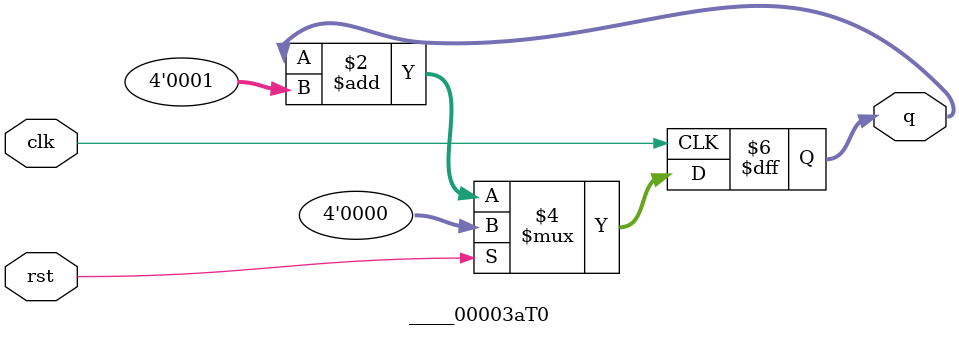
<source format=v>
`timescale 1ps/1ps

module _____00003aT0( clk, rst, q ); 
   input clk;
   input rst;
   output reg [3:0] q;

   always @( posedge clk ) begin

      if (rst) begin
         q <= 4'b0;
      end
      else begin
         q <= (q + 4'b1);
      end

   end

endmodule
</source>
